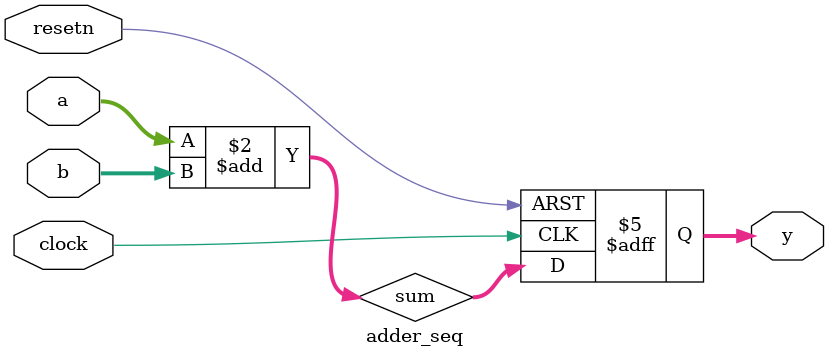
<source format=v>
module adder_seq(
    input clock,
    input resetn, 
    input [7:0] a,
    input [7:0] b, 
    output reg [7:0] y
);

reg [7:0] sum; 

always@(*)
begin 
    sum = a + b; 
end

always @(posedge clock or negedge resetn)
begin 
    if(!resetn)
        y <= 0; 
    else 
        y <= sum; 
end 
endmodule
</source>
